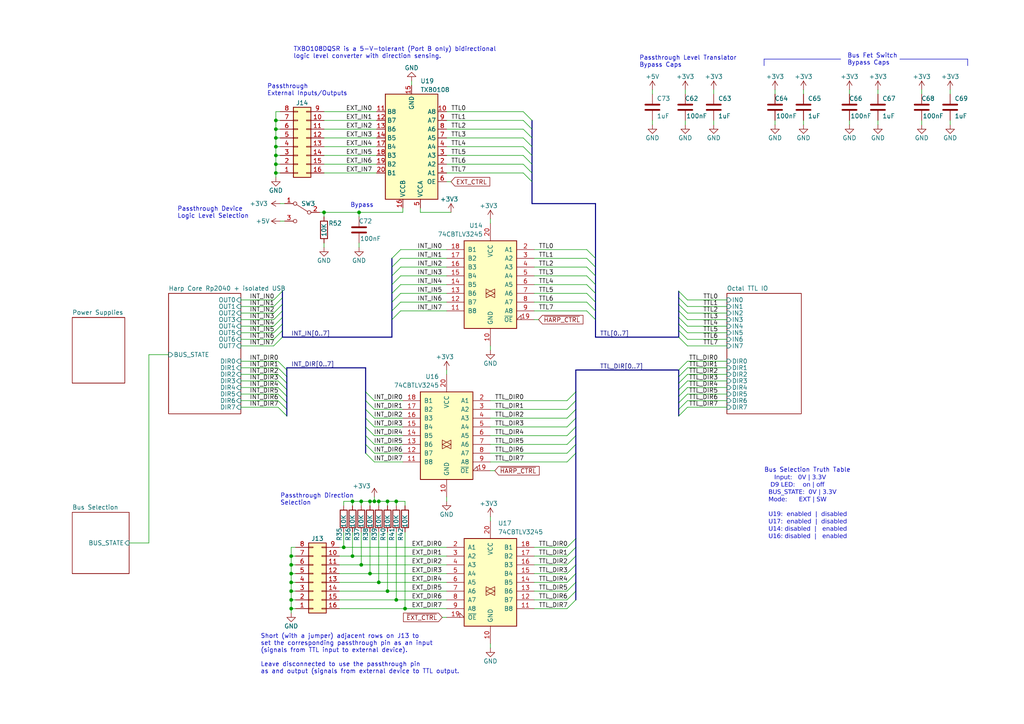
<source format=kicad_sch>
(kicad_sch (version 20230121) (generator eeschema)
  (paper "A4")
  (junction (at 80.01 34.925))
  (junction (at 107.315 166.37))
  (junction (at 114.935 173.99))
  (junction (at 84.455 168.91))
  (junction (at 108.585 145.415))
  (junction (at 84.455 163.83))
  (junction (at 84.455 173.99))
  (junction (at 102.235 161.29))
  (junction (at 84.455 176.53))
  (junction (at 104.14 61.595))
  (junction (at 80.01 45.085))
  (junction (at 93.98 61.595))
  (junction (at 104.775 145.415))
  (junction (at 80.01 37.465))
  (junction (at 99.695 158.75))
  (junction (at 80.01 50.165))
  (junction (at 109.855 168.91))
  (junction (at 80.01 40.005))
  (junction (at 117.475 176.53))
  (junction (at 104.775 163.83))
  (junction (at 112.395 145.415))
  (junction (at 80.01 47.625))
  (junction (at 84.455 166.37))
  (junction (at 107.315 145.415))
  (junction (at 114.935 145.415))
  (junction (at 84.455 161.29))
  (junction (at 109.855 145.415))
  (junction (at 84.455 171.45))
  (junction (at 80.01 42.545))
  (junction (at 112.395 171.45))
  (junction (at 102.235 145.415))
  (bus_entry (at 79.375 96.52) (size 2.54 -2.54))
  (bus_entry (at 151.765 42.545) (size 2.54 2.54))
  (bus_entry (at 199.39 106.68) (size -2.54 2.54))
  (bus_entry (at 170.18 85.09) (size 2.54 2.54))
  (bus_entry (at 164.465 176.53) (size 2.54 -2.54))
  (bus_entry (at 151.765 45.085) (size 2.54 2.54))
  (bus_entry (at 164.465 133.985) (size 2.54 -2.54))
  (bus_entry (at 80.645 114.3) (size 2.54 2.54))
  (bus_entry (at 199.39 108.585) (size -2.54 2.54))
  (bus_entry (at 170.18 74.93) (size 2.54 2.54))
  (bus_entry (at 79.375 92.71) (size 2.54 -2.54))
  (bus_entry (at 151.765 34.925) (size 2.54 2.54))
  (bus_entry (at 80.645 110.49) (size 2.54 2.54))
  (bus_entry (at 164.465 123.825) (size 2.54 -2.54))
  (bus_entry (at 108.585 131.445) (size -2.54 -2.54))
  (bus_entry (at 199.39 118.11) (size -2.54 2.54))
  (bus_entry (at 108.585 121.285) (size -2.54 -2.54))
  (bus_entry (at 108.585 118.745) (size -2.54 -2.54))
  (bus_entry (at 199.39 114.3) (size -2.54 2.54))
  (bus_entry (at 199.39 100.33) (size -2.54 -2.54))
  (bus_entry (at 170.18 72.39) (size 2.54 2.54))
  (bus_entry (at 79.375 100.33) (size 2.54 -2.54))
  (bus_entry (at 164.465 128.905) (size 2.54 -2.54))
  (bus_entry (at 116.205 77.47) (size -2.54 2.54))
  (bus_entry (at 199.39 86.995) (size -2.54 -2.54))
  (bus_entry (at 199.39 92.71) (size -2.54 -2.54))
  (bus_entry (at 199.39 98.425) (size -2.54 -2.54))
  (bus_entry (at 164.465 161.29) (size 2.54 -2.54))
  (bus_entry (at 108.585 133.985) (size -2.54 -2.54))
  (bus_entry (at 80.645 118.11) (size 2.54 2.54))
  (bus_entry (at 79.375 88.9) (size 2.54 -2.54))
  (bus_entry (at 116.205 80.01) (size -2.54 2.54))
  (bus_entry (at 199.39 116.205) (size -2.54 2.54))
  (bus_entry (at 164.465 131.445) (size 2.54 -2.54))
  (bus_entry (at 199.39 112.395) (size -2.54 2.54))
  (bus_entry (at 199.39 88.9) (size -2.54 -2.54))
  (bus_entry (at 199.39 104.775) (size -2.54 2.54))
  (bus_entry (at 116.205 87.63) (size -2.54 2.54))
  (bus_entry (at 170.18 80.01) (size 2.54 2.54))
  (bus_entry (at 170.18 77.47) (size 2.54 2.54))
  (bus_entry (at 80.645 104.775) (size 2.54 2.54))
  (bus_entry (at 151.765 47.625) (size 2.54 2.54))
  (bus_entry (at 199.39 94.615) (size -2.54 -2.54))
  (bus_entry (at 108.585 128.905) (size -2.54 -2.54))
  (bus_entry (at 199.39 90.805) (size -2.54 -2.54))
  (bus_entry (at 199.39 96.52) (size -2.54 -2.54))
  (bus_entry (at 164.465 116.205) (size 2.54 -2.54))
  (bus_entry (at 108.585 123.825) (size -2.54 -2.54))
  (bus_entry (at 80.645 116.205) (size 2.54 2.54))
  (bus_entry (at 116.205 90.17) (size -2.54 2.54))
  (bus_entry (at 79.375 98.425) (size 2.54 -2.54))
  (bus_entry (at 164.465 121.285) (size 2.54 -2.54))
  (bus_entry (at 79.375 90.805) (size 2.54 -2.54))
  (bus_entry (at 79.375 94.615) (size 2.54 -2.54))
  (bus_entry (at 151.765 37.465) (size 2.54 2.54))
  (bus_entry (at 79.375 86.995) (size 2.54 -2.54))
  (bus_entry (at 116.205 85.09) (size -2.54 2.54))
  (bus_entry (at 80.645 106.68) (size 2.54 2.54))
  (bus_entry (at 164.465 168.91) (size 2.54 -2.54))
  (bus_entry (at 170.18 87.63) (size 2.54 2.54))
  (bus_entry (at 108.585 116.205) (size -2.54 -2.54))
  (bus_entry (at 151.765 32.385) (size 2.54 2.54))
  (bus_entry (at 164.465 126.365) (size 2.54 -2.54))
  (bus_entry (at 116.205 72.39) (size -2.54 2.54))
  (bus_entry (at 164.465 173.99) (size 2.54 -2.54))
  (bus_entry (at 164.465 163.83) (size 2.54 -2.54))
  (bus_entry (at 164.465 118.745) (size 2.54 -2.54))
  (bus_entry (at 199.39 110.49) (size -2.54 2.54))
  (bus_entry (at 116.205 82.55) (size -2.54 2.54))
  (bus_entry (at 170.18 82.55) (size 2.54 2.54))
  (bus_entry (at 108.585 126.365) (size -2.54 -2.54))
  (bus_entry (at 80.645 112.395) (size 2.54 2.54))
  (bus_entry (at 80.645 108.585) (size 2.54 2.54))
  (bus_entry (at 151.765 50.165) (size 2.54 2.54))
  (bus_entry (at 164.465 158.75) (size 2.54 -2.54))
  (bus_entry (at 164.465 166.37) (size 2.54 -2.54))
  (bus_entry (at 116.205 74.93) (size -2.54 2.54))
  (bus_entry (at 164.465 171.45) (size 2.54 -2.54))
  (bus_entry (at 151.765 40.005) (size 2.54 2.54))
  (bus_entry (at 170.18 90.17) (size 2.54 2.54))
  (wire (pts (xy 199.39 92.71) (xy 210.82 92.71)))
  (wire (pts (xy 154.94 161.29) (xy 164.465 161.29)))
  (bus (pts (xy 196.85 95.885) (xy 196.85 97.79)))
  (wire (pts (xy 69.85 98.425) (xy 79.375 98.425)))
  (wire (pts (xy 80.01 45.085) (xy 80.01 47.625)))
  (wire (pts (xy 154.94 74.93) (xy 170.18 74.93)))
  (wire (pts (xy 112.395 145.415) (xy 114.935 145.415)))
  (wire (pts (xy 154.94 82.55) (xy 170.18 82.55)))
  (wire (pts (xy 142.24 123.825) (xy 164.465 123.825)))
  (bus (pts (xy 167.005 161.29) (xy 167.005 163.83)))
  (wire (pts (xy 108.585 121.285) (xy 116.84 121.285)))
  (wire (pts (xy 102.235 145.415) (xy 99.695 145.415)))
  (bus (pts (xy 106.045 113.665) (xy 106.045 116.205)))
  (wire (pts (xy 199.39 106.68) (xy 210.82 106.68)))
  (wire (pts (xy 116.205 90.17) (xy 129.54 90.17)))
  (wire (pts (xy 80.01 34.925) (xy 80.01 37.465)))
  (wire (pts (xy 189.23 26.035) (xy 189.23 27.305)))
  (wire (pts (xy 254.635 34.925) (xy 254.635 36.195)))
  (bus (pts (xy 83.185 111.125) (xy 83.185 109.22)))
  (wire (pts (xy 114.935 145.415) (xy 114.935 146.685)))
  (wire (pts (xy 84.455 168.91) (xy 84.455 171.45)))
  (wire (pts (xy 154.94 163.83) (xy 164.465 163.83)))
  (wire (pts (xy 199.39 100.33) (xy 210.82 100.33)))
  (wire (pts (xy 93.98 47.625) (xy 109.22 47.625)))
  (wire (pts (xy 93.98 70.485) (xy 93.98 71.755)))
  (wire (pts (xy 81.28 47.625) (xy 80.01 47.625)))
  (polyline (pts (xy 243.84 17.145) (xy 221.615 17.145)))
  (bus (pts (xy 167.005 156.21) (xy 167.005 158.75)))
  (bus (pts (xy 106.045 121.285) (xy 106.045 123.825)))
  (wire (pts (xy 93.98 34.925) (xy 109.22 34.925)))
  (wire (pts (xy 93.98 62.865) (xy 93.98 61.595)))
  (polyline (pts (xy 221.615 17.145) (xy 221.615 19.05)))
  (wire (pts (xy 207.01 26.035) (xy 207.01 27.305)))
  (bus (pts (xy 167.005 168.91) (xy 167.005 171.45)))
  (wire (pts (xy 246.38 34.925) (xy 246.38 36.195)))
  (bus (pts (xy 196.85 88.265) (xy 196.85 90.17)))
  (wire (pts (xy 112.395 145.415) (xy 112.395 146.685)))
  (wire (pts (xy 109.855 154.305) (xy 109.855 168.91)))
  (wire (pts (xy 80.01 50.165) (xy 80.01 51.435)))
  (wire (pts (xy 116.205 72.39) (xy 129.54 72.39)))
  (bus (pts (xy 172.72 82.55) (xy 172.72 80.01)))
  (bus (pts (xy 167.005 107.315) (xy 196.85 107.315)))
  (wire (pts (xy 129.54 42.545) (xy 151.765 42.545)))
  (bus (pts (xy 81.915 90.17) (xy 81.915 92.075)))
  (wire (pts (xy 116.205 82.55) (xy 129.54 82.55)))
  (bus (pts (xy 172.72 87.63) (xy 172.72 85.09)))
  (polyline (pts (xy 260.985 17.145) (xy 280.67 17.145)))
  (wire (pts (xy 267.335 34.925) (xy 267.335 36.195)))
  (wire (pts (xy 154.94 87.63) (xy 170.18 87.63)))
  (bus (pts (xy 172.72 77.47) (xy 172.72 74.93)))
  (wire (pts (xy 129.54 32.385) (xy 151.765 32.385)))
  (wire (pts (xy 81.28 45.085) (xy 80.01 45.085)))
  (wire (pts (xy 117.475 145.415) (xy 117.475 146.685)))
  (wire (pts (xy 199.39 98.425) (xy 210.82 98.425)))
  (wire (pts (xy 199.39 118.11) (xy 210.82 118.11)))
  (bus (pts (xy 154.305 45.085) (xy 154.305 47.625)))
  (wire (pts (xy 129.54 107.315) (xy 129.54 108.585)))
  (wire (pts (xy 79.375 86.995) (xy 69.85 86.995)))
  (wire (pts (xy 108.585 145.415) (xy 109.855 145.415)))
  (wire (pts (xy 199.39 104.775) (xy 210.82 104.775)))
  (bus (pts (xy 196.85 111.125) (xy 196.85 109.22)))
  (wire (pts (xy 129.54 144.145) (xy 129.54 145.415)))
  (wire (pts (xy 142.24 126.365) (xy 164.465 126.365)))
  (wire (pts (xy 104.775 163.83) (xy 129.54 163.83)))
  (wire (pts (xy 84.455 161.29) (xy 84.455 163.83)))
  (wire (pts (xy 84.455 166.37) (xy 84.455 168.91)))
  (wire (pts (xy 85.725 168.91) (xy 84.455 168.91)))
  (bus (pts (xy 196.85 113.03) (xy 196.85 111.125)))
  (wire (pts (xy 224.79 34.925) (xy 224.79 36.195)))
  (wire (pts (xy 107.315 154.305) (xy 107.315 166.37)))
  (wire (pts (xy 81.28 59.055) (xy 82.55 59.055)))
  (wire (pts (xy 98.425 158.75) (xy 99.695 158.75)))
  (bus (pts (xy 113.665 87.63) (xy 113.665 90.17)))
  (wire (pts (xy 233.045 34.925) (xy 233.045 36.195)))
  (bus (pts (xy 167.005 126.365) (xy 167.005 128.905)))
  (wire (pts (xy 107.315 166.37) (xy 129.54 166.37)))
  (wire (pts (xy 199.39 88.9) (xy 210.82 88.9)))
  (bus (pts (xy 83.185 120.65) (xy 83.185 118.745)))
  (wire (pts (xy 116.205 74.93) (xy 129.54 74.93)))
  (wire (pts (xy 116.205 87.63) (xy 129.54 87.63)))
  (wire (pts (xy 107.315 145.415) (xy 107.315 146.685)))
  (wire (pts (xy 207.01 34.925) (xy 207.01 36.195)))
  (bus (pts (xy 172.72 74.93) (xy 172.72 59.055)))
  (wire (pts (xy 112.395 154.305) (xy 112.395 171.45)))
  (wire (pts (xy 154.94 90.17) (xy 170.18 90.17)))
  (bus (pts (xy 83.185 114.935) (xy 83.185 113.03)))
  (bus (pts (xy 196.85 114.935) (xy 196.85 113.03)))
  (wire (pts (xy 199.39 116.205) (xy 210.82 116.205)))
  (wire (pts (xy 129.54 47.625) (xy 151.765 47.625)))
  (bus (pts (xy 167.005 113.665) (xy 167.005 116.205)))
  (wire (pts (xy 84.455 176.53) (xy 84.455 177.8)))
  (bus (pts (xy 83.185 113.03) (xy 83.185 111.125)))
  (wire (pts (xy 154.94 72.39) (xy 170.18 72.39)))
  (wire (pts (xy 69.85 104.775) (xy 80.645 104.775)))
  (wire (pts (xy 85.725 158.75) (xy 84.455 158.75)))
  (bus (pts (xy 83.185 107.315) (xy 83.185 106.68)))
  (wire (pts (xy 104.14 70.485) (xy 104.14 71.755)))
  (wire (pts (xy 116.84 61.595) (xy 116.84 60.325)))
  (wire (pts (xy 69.85 116.205) (xy 80.645 116.205)))
  (wire (pts (xy 246.38 26.035) (xy 246.38 27.305)))
  (wire (pts (xy 154.94 80.01) (xy 170.18 80.01)))
  (wire (pts (xy 108.585 144.145) (xy 108.585 145.415)))
  (wire (pts (xy 85.725 173.99) (xy 84.455 173.99)))
  (wire (pts (xy 129.54 50.165) (xy 151.765 50.165)))
  (wire (pts (xy 81.28 64.135) (xy 82.55 64.135)))
  (wire (pts (xy 99.695 154.305) (xy 99.695 158.75)))
  (bus (pts (xy 196.85 86.36) (xy 196.85 88.265)))
  (wire (pts (xy 93.98 50.165) (xy 109.22 50.165)))
  (wire (pts (xy 129.54 37.465) (xy 151.765 37.465)))
  (bus (pts (xy 172.72 97.79) (xy 196.85 97.79)))
  (wire (pts (xy 99.695 158.75) (xy 129.54 158.75)))
  (wire (pts (xy 142.24 121.285) (xy 164.465 121.285)))
  (wire (pts (xy 99.695 145.415) (xy 99.695 146.685)))
  (bus (pts (xy 172.72 97.79) (xy 172.72 92.71)))
  (bus (pts (xy 83.185 106.68) (xy 106.045 106.68)))
  (wire (pts (xy 69.85 118.11) (xy 80.645 118.11)))
  (bus (pts (xy 167.005 171.45) (xy 167.005 173.99)))
  (wire (pts (xy 142.24 116.205) (xy 164.465 116.205)))
  (wire (pts (xy 142.24 149.86) (xy 142.24 151.13)))
  (bus (pts (xy 167.005 131.445) (xy 167.005 156.21)))
  (bus (pts (xy 167.005 158.75) (xy 167.005 161.29)))
  (bus (pts (xy 106.045 123.825) (xy 106.045 126.365)))
  (wire (pts (xy 199.39 96.52) (xy 210.82 96.52)))
  (bus (pts (xy 167.005 163.83) (xy 167.005 166.37)))
  (wire (pts (xy 108.585 131.445) (xy 116.84 131.445)))
  (wire (pts (xy 104.775 154.305) (xy 104.775 163.83)))
  (bus (pts (xy 154.305 42.545) (xy 154.305 45.085)))
  (bus (pts (xy 196.85 116.84) (xy 196.85 114.935)))
  (wire (pts (xy 129.54 45.085) (xy 151.765 45.085)))
  (wire (pts (xy 102.235 154.305) (xy 102.235 161.29)))
  (wire (pts (xy 98.425 171.45) (xy 112.395 171.45)))
  (wire (pts (xy 199.39 90.805) (xy 210.82 90.805)))
  (bus (pts (xy 172.72 85.09) (xy 172.72 82.55)))
  (wire (pts (xy 121.92 61.595) (xy 121.92 60.325)))
  (wire (pts (xy 84.455 158.75) (xy 84.455 161.29)))
  (wire (pts (xy 98.425 163.83) (xy 104.775 163.83)))
  (wire (pts (xy 199.39 94.615) (xy 210.82 94.615)))
  (bus (pts (xy 106.045 126.365) (xy 106.045 128.905)))
  (wire (pts (xy 80.01 47.625) (xy 80.01 50.165)))
  (wire (pts (xy 48.895 102.87) (xy 43.18 102.87)))
  (wire (pts (xy 233.045 26.035) (xy 233.045 27.305)))
  (bus (pts (xy 113.665 92.71) (xy 113.665 97.79)))
  (wire (pts (xy 117.475 154.305) (xy 117.475 176.53)))
  (wire (pts (xy 142.24 136.525) (xy 143.51 136.525)))
  (wire (pts (xy 104.14 61.595) (xy 116.84 61.595)))
  (wire (pts (xy 69.85 114.3) (xy 80.645 114.3)))
  (wire (pts (xy 154.94 166.37) (xy 164.465 166.37)))
  (wire (pts (xy 102.235 161.29) (xy 129.54 161.29)))
  (wire (pts (xy 109.855 168.91) (xy 129.54 168.91)))
  (wire (pts (xy 129.54 52.705) (xy 130.81 52.705)))
  (wire (pts (xy 267.335 26.035) (xy 267.335 27.305)))
  (bus (pts (xy 106.045 106.68) (xy 106.045 113.665)))
  (bus (pts (xy 106.045 128.905) (xy 106.045 131.445)))
  (wire (pts (xy 69.85 110.49) (xy 80.645 110.49)))
  (wire (pts (xy 109.855 145.415) (xy 112.395 145.415)))
  (wire (pts (xy 198.755 34.925) (xy 198.755 36.195)))
  (wire (pts (xy 69.85 92.71) (xy 79.375 92.71)))
  (wire (pts (xy 189.23 34.925) (xy 189.23 36.195)))
  (wire (pts (xy 224.79 26.035) (xy 224.79 27.305)))
  (bus (pts (xy 167.005 121.285) (xy 167.005 123.825)))
  (bus (pts (xy 172.72 90.17) (xy 172.72 87.63)))
  (wire (pts (xy 154.94 171.45) (xy 164.465 171.45)))
  (wire (pts (xy 154.94 158.75) (xy 164.465 158.75)))
  (wire (pts (xy 128.27 179.07) (xy 129.54 179.07)))
  (bus (pts (xy 81.915 86.36) (xy 81.915 88.265)))
  (bus (pts (xy 113.665 80.01) (xy 113.665 82.55)))
  (wire (pts (xy 84.455 173.99) (xy 84.455 176.53)))
  (wire (pts (xy 109.855 145.415) (xy 109.855 146.685)))
  (wire (pts (xy 108.585 123.825) (xy 116.84 123.825)))
  (bus (pts (xy 167.005 116.205) (xy 167.005 118.745)))
  (wire (pts (xy 85.725 163.83) (xy 84.455 163.83)))
  (bus (pts (xy 167.005 123.825) (xy 167.005 126.365)))
  (wire (pts (xy 80.01 42.545) (xy 80.01 45.085)))
  (bus (pts (xy 83.185 116.84) (xy 83.185 114.935)))
  (wire (pts (xy 81.28 40.005) (xy 80.01 40.005)))
  (wire (pts (xy 142.24 100.33) (xy 142.24 101.6)))
  (bus (pts (xy 83.185 109.22) (xy 83.185 107.315)))
  (bus (pts (xy 167.005 166.37) (xy 167.005 168.91)))
  (bus (pts (xy 196.85 92.075) (xy 196.85 93.98)))
  (wire (pts (xy 199.39 110.49) (xy 210.82 110.49)))
  (wire (pts (xy 104.775 145.415) (xy 107.315 145.415)))
  (wire (pts (xy 43.18 102.87) (xy 43.18 157.48)))
  (wire (pts (xy 119.38 24.765) (xy 119.38 23.495)))
  (polyline (pts (xy 280.67 17.145) (xy 280.67 19.05)))
  (wire (pts (xy 81.28 42.545) (xy 80.01 42.545)))
  (wire (pts (xy 114.935 145.415) (xy 117.475 145.415)))
  (wire (pts (xy 142.24 128.905) (xy 164.465 128.905)))
  (bus (pts (xy 83.185 118.745) (xy 83.185 116.84)))
  (wire (pts (xy 85.725 161.29) (xy 84.455 161.29)))
  (wire (pts (xy 98.425 161.29) (xy 102.235 161.29)))
  (wire (pts (xy 102.235 145.415) (xy 104.775 145.415)))
  (wire (pts (xy 81.28 34.925) (xy 80.01 34.925)))
  (wire (pts (xy 154.94 173.99) (xy 164.465 173.99)))
  (bus (pts (xy 154.305 40.005) (xy 154.305 42.545)))
  (wire (pts (xy 199.39 86.995) (xy 210.82 86.995)))
  (bus (pts (xy 106.045 116.205) (xy 106.045 118.745)))
  (wire (pts (xy 154.94 168.91) (xy 164.465 168.91)))
  (wire (pts (xy 108.585 116.205) (xy 116.84 116.205)))
  (bus (pts (xy 154.305 34.925) (xy 154.305 37.465)))
  (bus (pts (xy 196.85 109.22) (xy 196.85 107.315)))
  (wire (pts (xy 112.395 171.45) (xy 129.54 171.45)))
  (wire (pts (xy 154.94 77.47) (xy 170.18 77.47)))
  (wire (pts (xy 116.205 77.47) (xy 129.54 77.47)))
  (wire (pts (xy 69.85 96.52) (xy 79.375 96.52)))
  (wire (pts (xy 129.54 34.925) (xy 151.765 34.925)))
  (bus (pts (xy 81.915 92.075) (xy 81.915 93.98)))
  (wire (pts (xy 93.98 40.005) (xy 109.22 40.005)))
  (bus (pts (xy 196.85 84.455) (xy 196.85 86.36)))
  (wire (pts (xy 275.59 26.035) (xy 275.59 27.305)))
  (wire (pts (xy 156.21 92.71) (xy 154.94 92.71)))
  (wire (pts (xy 199.39 114.3) (xy 210.82 114.3)))
  (wire (pts (xy 80.01 32.385) (xy 80.01 34.925)))
  (wire (pts (xy 98.425 176.53) (xy 117.475 176.53)))
  (wire (pts (xy 84.455 171.45) (xy 84.455 173.99)))
  (wire (pts (xy 98.425 168.91) (xy 109.855 168.91)))
  (bus (pts (xy 172.72 59.055) (xy 154.305 59.055)))
  (wire (pts (xy 116.205 85.09) (xy 129.54 85.09)))
  (bus (pts (xy 113.665 77.47) (xy 113.665 80.01)))
  (wire (pts (xy 93.98 32.385) (xy 109.22 32.385)))
  (wire (pts (xy 142.24 118.745) (xy 164.465 118.745)))
  (wire (pts (xy 92.71 61.595) (xy 93.98 61.595)))
  (wire (pts (xy 69.85 100.33) (xy 79.375 100.33)))
  (bus (pts (xy 81.915 88.265) (xy 81.915 90.17)))
  (bus (pts (xy 167.005 128.905) (xy 167.005 131.445)))
  (wire (pts (xy 98.425 173.99) (xy 114.935 173.99)))
  (wire (pts (xy 114.935 154.305) (xy 114.935 173.99)))
  (wire (pts (xy 85.725 176.53) (xy 84.455 176.53)))
  (wire (pts (xy 154.94 85.09) (xy 170.18 85.09)))
  (wire (pts (xy 80.01 40.005) (xy 80.01 42.545)))
  (bus (pts (xy 172.72 92.71) (xy 172.72 90.17)))
  (wire (pts (xy 154.94 176.53) (xy 164.465 176.53)))
  (wire (pts (xy 85.725 166.37) (xy 84.455 166.37)))
  (wire (pts (xy 93.98 45.085) (xy 109.22 45.085)))
  (wire (pts (xy 98.425 166.37) (xy 107.315 166.37)))
  (wire (pts (xy 130.81 61.595) (xy 121.92 61.595)))
  (wire (pts (xy 108.585 128.905) (xy 116.84 128.905)))
  (bus (pts (xy 196.85 93.98) (xy 196.85 95.885)))
  (wire (pts (xy 81.28 32.385) (xy 80.01 32.385)))
  (wire (pts (xy 93.98 37.465) (xy 109.22 37.465)))
  (bus (pts (xy 81.915 95.885) (xy 81.915 97.79)))
  (bus (pts (xy 154.305 52.705) (xy 154.305 59.055)))
  (bus (pts (xy 113.665 90.17) (xy 113.665 92.71)))
  (wire (pts (xy 69.85 108.585) (xy 80.645 108.585)))
  (wire (pts (xy 107.315 145.415) (xy 108.585 145.415)))
  (wire (pts (xy 142.24 63.5) (xy 142.24 64.77)))
  (wire (pts (xy 198.755 26.035) (xy 198.755 27.305)))
  (wire (pts (xy 43.18 157.48) (xy 37.465 157.48)))
  (wire (pts (xy 104.14 61.595) (xy 104.14 62.865)))
  (bus (pts (xy 154.305 50.165) (xy 154.305 52.705)))
  (bus (pts (xy 81.915 84.455) (xy 81.915 86.36)))
  (wire (pts (xy 108.585 133.985) (xy 116.84 133.985)))
  (wire (pts (xy 142.24 186.69) (xy 142.24 187.96)))
  (wire (pts (xy 199.39 112.395) (xy 210.82 112.395)))
  (wire (pts (xy 104.775 145.415) (xy 104.775 146.685)))
  (bus (pts (xy 154.305 47.625) (xy 154.305 50.165)))
  (wire (pts (xy 80.01 37.465) (xy 80.01 40.005)))
  (wire (pts (xy 254.635 26.035) (xy 254.635 27.305)))
  (bus (pts (xy 113.665 74.93) (xy 113.665 77.47)))
  (bus (pts (xy 81.915 97.79) (xy 113.665 97.79)))
  (wire (pts (xy 93.98 42.545) (xy 109.22 42.545)))
  (wire (pts (xy 85.725 171.45) (xy 84.455 171.45)))
  (bus (pts (xy 167.005 107.315) (xy 167.005 113.665)))
  (wire (pts (xy 69.85 90.805) (xy 79.375 90.805)))
  (bus (pts (xy 106.045 118.745) (xy 106.045 121.285)))
  (bus (pts (xy 196.85 90.17) (xy 196.85 92.075)))
  (bus (pts (xy 113.665 82.55) (xy 113.665 85.09)))
  (wire (pts (xy 93.98 61.595) (xy 104.14 61.595)))
  (wire (pts (xy 142.24 133.985) (xy 164.465 133.985)))
  (wire (pts (xy 117.475 176.53) (xy 129.54 176.53)))
  (bus (pts (xy 81.915 93.98) (xy 81.915 95.885)))
  (wire (pts (xy 116.205 80.01) (xy 129.54 80.01)))
  (wire (pts (xy 102.235 145.415) (xy 102.235 146.685)))
  (bus (pts (xy 196.85 118.745) (xy 196.85 116.84)))
  (wire (pts (xy 81.28 37.465) (xy 80.01 37.465)))
  (bus (pts (xy 113.665 85.09) (xy 113.665 87.63)))
  (bus (pts (xy 196.85 120.65) (xy 196.85 118.745)))
  (wire (pts (xy 129.54 40.005) (xy 151.765 40.005)))
  (wire (pts (xy 69.85 106.68) (xy 80.645 106.68)))
  (wire (pts (xy 199.39 108.585) (xy 210.82 108.585)))
  (wire (pts (xy 69.85 94.615) (xy 79.375 94.615)))
  (wire (pts (xy 84.455 163.83) (xy 84.455 166.37)))
  (wire (pts (xy 108.585 118.745) (xy 116.84 118.745)))
  (bus (pts (xy 167.005 118.745) (xy 167.005 121.285)))
  (bus (pts (xy 172.72 80.01) (xy 172.72 77.47)))
  (wire (pts (xy 69.85 88.9) (xy 79.375 88.9)))
  (wire (pts (xy 108.585 126.365) (xy 116.84 126.365)))
  (wire (pts (xy 69.85 112.395) (xy 80.645 112.395)))
  (wire (pts (xy 81.28 50.165) (xy 80.01 50.165)))
  (bus (pts (xy 154.305 37.465) (xy 154.305 40.005)))
  (wire (pts (xy 114.935 173.99) (xy 129.54 173.99)))
  (wire (pts (xy 275.59 34.925) (xy 275.59 36.195)))
  (wire (pts (xy 142.24 131.445) (xy 164.465 131.445)))
  (text "Passthrough\nExternal Inputs/Outputs" (at 77.47 27.94 0) (effects (font (size 1.27 1.27)) (justify left bottom)))
  (text "   Input:   0V | 3.3V\n D9 LED:    on | off\nBUS_STATE:  0V | 3.3V\nMode:      EXT | SW \n\nU19:  enabled  |  disabled\nU17:  enabled  |  disabled\nU14: disabled  |   enabled\nU16: disabled  |   enabled" (at 222.885 156.845 0) (effects (font (size 1.27 1.27)) (justify left bottom)))
  (text "Passthrough Direction\nSelection" (at 81.28 146.685 0) (effects (font (size 1.27 1.27)) (justify left bottom)))
  (text "Bus Fet Switch\nBypass Caps" (at 245.745 19.05 0) (effects (font (size 1.27 1.27)) (justify left bottom)))
  (text "TXBO108DQSR is a 5-V-tolerant (Port B only) bidirectional\nlogic level converter with direction sensing." (at 85.09 17.145 0) (effects (font (size 1.27 1.27)) (justify left bottom)))
  (text "Short (with a jumper) adjacent rows on J13 to\nset the corresponding passthrough pin as an input\n(signals from TTL input to external device).\n\nLeave disconnected to use the passthrough pin\nas and output (signals from external device to TTL output." (at 75.565 195.58 0) (effects (font (size 1.27 1.27)) (justify left bottom)))
  (text "Passthrough Device \nLogic Level Selection" (at 51.435 63.5 0) (effects (font (size 1.27 1.27)) (justify left bottom)))
  (text "Bypass" (at 101.6 60.325 0) (effects (font (size 1.27 1.27)) (justify left bottom)))
  (text "Passthrough Level Translator\nBypass Caps" (at 185.42 19.685 0) (effects (font (size 1.27 1.27)) (justify left bottom)))
  (text "Bus Selection Truth Table" (at 221.615 137.16 0) (effects (font (size 1.27 1.27)) (justify left bottom)))
  (label "INT_IN6" (at 72.39 98.425 0))
  (label "TTL_DIR2" (at 156.21 163.83 0))
  (label "EXT_IN3" (at 100.33 40.005 0))
  (label "TTL[0..7]" (at 173.99 97.79 0))
  (label "EXT_DIR5" (at 119.38 171.45 0))
  (label "EXT_IN0" (at 100.33 32.385 0))
  (label "TTL_DIR0" (at 208.28 104.775 180))
  (label "INT_IN3" (at 72.39 92.71 0))
  (label "TTL_DIR0" (at 156.21 158.75 0))
  (label "INT_IN5" (at 128.27 85.09 180))
  (label "TTL_DIR6" (at 208.28 116.205 180))
  (label "INT_DIR5" (at 116.84 128.905 180))
  (label "TTL_DIR3" (at 208.28 110.49 180))
  (label "INT_IN3" (at 128.27 80.01 180))
  (label "EXT_DIR6" (at 119.38 173.99 0))
  (label "TTL4" (at 208.28 94.615 180))
  (label "TTL6" (at 208.28 98.425 180))
  (label "TTL_DIR5" (at 208.28 114.3 180))
  (label "INT_DIR7" (at 72.39 118.11 0))
  (label "INT_IN7" (at 72.39 100.33 0))
  (label "EXT_DIR3" (at 119.38 166.37 0))
  (label "EXT_IN6" (at 100.33 47.625 0))
  (label "TTL_DIR1" (at 143.51 118.745 0))
  (label "EXT_IN1" (at 100.33 34.925 0))
  (label "EXT_DIR7" (at 119.38 176.53 0))
  (label "TTL3" (at 156.21 80.01 0))
  (label "EXT_DIR2" (at 119.38 163.83 0))
  (label "TTL_DIR2" (at 208.28 108.585 180))
  (label "TTL3" (at 130.81 40.005 0))
  (label "TTL2" (at 130.81 37.465 0))
  (label "INT_DIR[0..7]" (at 84.455 106.68 0))
  (label "INT_DIR1" (at 72.39 106.68 0))
  (label "TTL1" (at 208.28 88.9 180))
  (label "INT_DIR2" (at 116.84 121.285 180))
  (label "INT_IN1" (at 72.39 88.9 0))
  (label "INT_IN[0..7]" (at 84.455 97.79 0))
  (label "EXT_DIR4" (at 119.38 168.91 0))
  (label "TTL7" (at 130.81 50.165 0))
  (label "TTL5" (at 208.28 96.52 180))
  (label "INT_DIR4" (at 116.84 126.365 180))
  (label "TTL7" (at 208.28 100.33 180))
  (label "TTL4" (at 156.21 82.55 0))
  (label "INT_IN7" (at 128.27 90.17 180))
  (label "TTL3" (at 208.28 92.71 180))
  (label "INT_IN0" (at 72.39 86.995 0))
  (label "TTL_DIR5" (at 143.51 128.905 0))
  (label "EXT_DIR0" (at 119.38 158.75 0))
  (label "INT_IN0" (at 128.27 72.39 180))
  (label "TTL5" (at 130.81 45.085 0))
  (label "TTL5" (at 156.21 85.09 0))
  (label "TTL_DIR7" (at 143.51 133.985 0))
  (label "TTL6" (at 130.81 47.625 0))
  (label "TTL_DIR4" (at 143.51 126.365 0))
  (label "TTL_DIR6" (at 156.21 173.99 0))
  (label "EXT_IN4" (at 100.33 42.545 0))
  (label "INT_DIR0" (at 116.84 116.205 180))
  (label "INT_IN2" (at 72.39 90.805 0))
  (label "INT_DIR3" (at 72.39 110.49 0))
  (label "EXT_IN2" (at 100.33 37.465 0))
  (label "TTL2" (at 156.21 77.47 0))
  (label "EXT_IN5" (at 100.33 45.085 0))
  (label "INT_IN4" (at 128.27 82.55 180))
  (label "TTL_DIR4" (at 208.28 112.395 180))
  (label "INT_DIR0" (at 72.39 104.775 0))
  (label "TTL_DIR1" (at 156.21 161.29 0))
  (label "TTL6" (at 156.21 87.63 0))
  (label "TTL_DIR3" (at 143.51 123.825 0))
  (label "EXT_IN7" (at 100.33 50.165 0))
  (label "INT_IN2" (at 128.27 77.47 180))
  (label "INT_DIR1" (at 116.84 118.745 180))
  (label "INT_DIR6" (at 116.84 131.445 180))
  (label "INT_IN6" (at 128.27 87.63 180))
  (label "TTL2" (at 208.28 90.805 180))
  (label "TTL_DIR2" (at 143.51 121.285 0))
  (label "TTL_DIR0" (at 143.51 116.205 0))
  (label "TTL0" (at 130.81 32.385 0))
  (label "TTL_DIR7" (at 208.28 118.11 180))
  (label "TTL_DIR3" (at 156.21 166.37 0))
  (label "INT_DIR4" (at 72.39 112.395 0))
  (label "INT_IN4" (at 72.39 94.615 0))
  (label "TTL0" (at 208.28 86.995 180))
  (label "INT_DIR3" (at 116.84 123.825 180))
  (label "TTL0" (at 156.21 72.39 0))
  (label "TTL1" (at 130.81 34.925 0))
  (label "EXT_DIR1" (at 119.38 161.29 0))
  (label "INT_IN5" (at 72.39 96.52 0))
  (label "TTL_DIR[0..7]" (at 173.99 107.315 0))
  (label "INT_DIR2" (at 72.39 108.585 0))
  (label "TTL4" (at 130.81 42.545 0))
  (label "TTL_DIR4" (at 156.21 168.91 0))
  (label "TTL_DIR1" (at 208.28 106.68 180))
  (label "TTL_DIR5" (at 156.21 171.45 0))
  (label "INT_DIR6" (at 72.39 116.205 0))
  (label "TTL_DIR7" (at 156.21 176.53 0))
  (label "TTL_DIR6" (at 143.51 131.445 0))
  (label "TTL7" (at 156.21 90.17 0))
  (label "INT_IN1" (at 128.27 74.93 180))
  (label "INT_DIR5" (at 72.39 114.3 0))
  (label "INT_DIR7" (at 116.84 133.985 180))
  (label "TTL1" (at 156.21 74.93 0))
  (global_label "~{EXT_CTRL}" (shape input) (at 128.27 179.07 180) (property "Intersheetrefs" "${INTERSHEET_REFS}" (effects hide)))
  (global_label "~{HARP_CTRL}" (shape input) (at 156.21 92.71 0) (property "Intersheetrefs" "${INTERSHEET_REFS}" (effects hide)))
  (global_label "EXT_CTRL" (shape input) (at 130.81 52.705 0) (property "Intersheetrefs" "${INTERSHEET_REFS}" (effects hide)))
  (global_label "~{HARP_CTRL}" (shape input) (at 143.51 136.525 0) (property "Intersheetrefs" "${INTERSHEET_REFS}" (effects hide)))
  (symbol (lib_id "Device:C") (at 224.79 31.115 180) (unit 1)
    (property "Reference" "C64" (at 228.6 28.575 0) (effects (justify left)))
    (property "Value" "100nF" (at 231.14 33.655 0) (effects (justify left)))
    (property "Footprint" "Capacitor_SMD:C_0402_1005Metric" (effects hide))
    (property "Datasheet" "http://www.passivecomponent.com/wp-content/uploads/datasheet/WTC_MLCC_General_Purpose.pdf" (effects hide))
    (property "Link" "https://www.digikey.com/en/products/detail/walsin-technology-corporation/0402B104K160CT/6707534" (effects hide))
    (property "Manufacturer" "Walson Technology Corporation" (effects hide))
    (property "Manufacturer Number" "0402B104K160CT" (effects hide))
    (property "Rated Voltage" "16V" (effects hide))
    (property "Temperature Coefficient" "X7R" (effects hide))
    (property "Tolerance" "10%" (effects hide))
    (property "PCBWay Link" "https://www.pcbway.com/components/detail/0402B104K160CT/307171/" (effects hide))
  )
  (symbol (lib_id "power:+3.3V") (at 207.01 26.035 0) (unit 1)
    (property "Reference" "#PWR0170" (effects hide))
    (property "Value" "+3.3V" (at 207.01 22.225 0))
  )
  (symbol (lib_id "power:+5V") (at 81.28 64.135 90) (unit 1)
    (property "Reference" "#PWR0189" (effects hide))
    (property "Value" "+5V" (at 76.2 64.135 90))
  )
  (symbol (lib_id "Device:R") (at 109.855 150.495 0) (mirror x) (unit 1)
    (property "Reference" "R39" (at 108.585 153.035 90) (effects (justify left)))
    (property "Value" "10K" (at 109.855 149.225 90) (effects (justify left)))
    (property "Footprint" "Resistor_SMD:R_0402_1005Metric" (effects hide))
    (property "Datasheet" "https://www.koaspeer.com/pdfs/SG73P.pdf" (effects hide))
    (property "Link" "https://www.digikey.com/en/products/detail/koa-speer-electronics-inc/SG73P1EWTTP1002F/14316756" (effects hide))
    (property "Manufacturer" "KOA Speer Electronics, Inc." (effects hide))
    (property "Manufacturer Number" "SG73P1EWTTP1002F" (effects hide))
  )
  (symbol (lib_id "kicad_component_library:74CBTLV3245") (at 142.24 171.45 0) (unit 1)
    (property "Reference" "U17" (at 144.4341 151.765 0) (effects (justify left)))
    (property "Value" "74CBTLV3245" (at 144.4341 154.305 0) (effects (justify left)))
    (property "Footprint" "Package_SO:TSSOP-20_4.4x6.5mm_P0.65mm" (effects hide))
    (property "Datasheet" "https://assets.nexperia.com/documents/data-sheet/74CBTLV3245.pdf" (effects hide))
    (property "Link" "https://www.digikey.com/en/products/detail/nexperia-usa-inc/74CBTLV3245PW-118/2779746" (effects hide))
    (property "Manufacturer" "Nexperia USA Inc." (effects hide))
    (property "Manufacturer Number" "74CBTLV3245PW,118" (effects hide))
  )
  (symbol (lib_id "power:GND") (at 224.79 36.195 0) (unit 1)
    (property "Reference" "#PWR0173" (effects hide))
    (property "Value" "GND" (at 224.79 40.005 0))
  )
  (symbol (lib_id "power:GND") (at 142.24 187.96 0) (mirror y) (unit 1)
    (property "Reference" "#PWR099" (effects hide))
    (property "Value" "GND" (at 142.24 191.77 0))
  )
  (symbol (lib_id "Device:R") (at 107.315 150.495 0) (mirror x) (unit 1)
    (property "Reference" "R38" (at 106.045 153.035 90) (effects (justify left)))
    (property "Value" "10K" (at 107.315 149.225 90) (effects (justify left)))
    (property "Footprint" "Resistor_SMD:R_0402_1005Metric" (effects hide))
    (property "Datasheet" "https://www.koaspeer.com/pdfs/SG73P.pdf" (effects hide))
    (property "Link" "https://www.digikey.com/en/products/detail/koa-speer-electronics-inc/SG73P1EWTTP1002F/14316756" (effects hide))
    (property "Manufacturer" "KOA Speer Electronics, Inc." (effects hide))
    (property "Manufacturer Number" "SG73P1EWTTP1002F" (effects hide))
  )
  (symbol (lib_id "power:+5V") (at 189.23 26.035 0) (unit 1)
    (property "Reference" "#PWR0192" (effects hide))
    (property "Value" "+5V" (at 189.23 22.225 0))
  )
  (symbol (lib_id "Device:C") (at 233.045 31.115 0) (unit 1)
    (property "Reference" "C65" (at 234.315 28.575 0) (effects (justify left)))
    (property "Value" "1uF" (at 234.315 33.655 0) (effects (justify left)))
    (property "Footprint" "Capacitor_SMD:C_0402_1005Metric" (effects hide))
    (property "Datasheet" "https://search.murata.co.jp/Ceramy/image/img/A01X/G101/ENG/GRM155R6YA105KE11-01.pdf" (effects hide))
    (property "Notes" "must not be polarized" (effects hide))
    (property "Link" "https://www.digikey.com/en/products/detail/murata-electronics/GRM155R6YA105KE11J/4905163" (effects hide))
    (property "Manufacturer Number" "GRM155R6YA105KE11J" (effects hide))
    (property "Manufacturer" "Murata Electronics" (effects hide))
    (property "Rated Voltage" "35V" (effects hide))
    (property "Temperature Coefficient" "X5R" (effects hide))
  )
  (symbol (lib_id "power:+3.3V") (at 246.38 26.035 0) (unit 1)
    (property "Reference" "#PWR0176" (effects hide))
    (property "Value" "+3.3V" (at 246.38 22.225 0))
  )
  (symbol (lib_id "Device:C") (at 267.335 31.115 180) (unit 1)
    (property "Reference" "C68" (at 271.145 28.575 0) (effects (justify left)))
    (property "Value" "100nF" (at 273.685 33.655 0) (effects (justify left)))
    (property "Footprint" "Capacitor_SMD:C_0402_1005Metric" (effects hide))
    (property "Datasheet" "http://www.passivecomponent.com/wp-content/uploads/datasheet/WTC_MLCC_General_Purpose.pdf" (effects hide))
    (property "Link" "https://www.digikey.com/en/products/detail/walsin-technology-corporation/0402B104K160CT/6707534" (effects hide))
    (property "Manufacturer" "Walson Technology Corporation" (effects hide))
    (property "Manufacturer Number" "0402B104K160CT" (effects hide))
    (property "Rated Voltage" "16V" (effects hide))
    (property "Temperature Coefficient" "X7R" (effects hide))
    (property "Tolerance" "10%" (effects hide))
    (property "PCBWay Link" "https://www.pcbway.com/components/detail/0402B104K160CT/307171/" (effects hide))
  )
  (symbol (lib_id "power:+3.3V") (at 142.24 63.5 0) (mirror y) (unit 1)
    (property "Reference" "#PWR094" (effects hide))
    (property "Value" "+3.3V" (at 139.065 59.69 0) (effects (justify right)))
  )
  (symbol (lib_id "Device:R") (at 99.695 150.495 0) (mirror x) (unit 1)
    (property "Reference" "R35" (at 98.425 153.035 90) (effects (justify left)))
    (property "Value" "10K" (at 99.695 149.225 90) (effects (justify left)))
    (property "Footprint" "Resistor_SMD:R_0402_1005Metric" (effects hide))
    (property "Datasheet" "https://www.koaspeer.com/pdfs/SG73P.pdf" (effects hide))
    (property "Link" "https://www.digikey.com/en/products/detail/koa-speer-electronics-inc/SG73P1EWTTP1002F/14316756" (effects hide))
    (property "Manufacturer" "KOA Speer Electronics, Inc." (effects hide))
    (property "Manufacturer Number" "SG73P1EWTTP1002F" (effects hide))
  )
  (symbol (lib_id "power:GND") (at 119.38 23.495 0) (mirror x) (unit 1)
    (property "Reference" "#PWR089" (effects hide))
    (property "Value" "GND" (at 119.38 19.685 0))
  )
  (symbol (lib_id "Connector_Generic:Conn_02x08_Counter_Clockwise") (at 86.36 42.545 0) (mirror x) (unit 1)
    (property "Reference" "J14" (at 87.63 29.845 0))
    (property "Value" "Conn_02x08_Counter_Clockwise" (effects hide))
    (property "Footprint" "kicad_component_library:PinHeader_2x08_P2.54mm_Horizontal_SMD" (effects hide))
    (property "Datasheet" "https://www.we-online.com/components/products/datasheet/610116249121.pdf" (effects hide))
    (property "Link" "https://www.digikey.com/en/products/detail/w%C3%BCrth-elektronik/610116249121/5047737" (effects hide))
    (property "Manufacturer" "Würth Elektronik" (effects hide))
    (property "Manufacturer Number" "610116249121" (effects hide))
  )
  (symbol (lib_id "power:GND") (at 254.635 36.195 0) (unit 1)
    (property "Reference" "#PWR0179" (effects hide))
    (property "Value" "GND" (at 254.635 40.005 0))
  )
  (symbol (lib_id "Device:C") (at 198.755 31.115 180) (unit 1)
    (property "Reference" "C62" (at 202.565 28.575 0) (effects (justify left)))
    (property "Value" "100nF" (at 205.105 33.655 0) (effects (justify left)))
    (property "Footprint" "Capacitor_SMD:C_0402_1005Metric" (effects hide))
    (property "Datasheet" "http://www.passivecomponent.com/wp-content/uploads/datasheet/WTC_MLCC_General_Purpose.pdf" (effects hide))
    (property "Link" "https://www.digikey.com/en/products/detail/walsin-technology-corporation/0402B104K160CT/6707534" (effects hide))
    (property "Manufacturer" "Walson Technology Corporation" (effects hide))
    (property "Manufacturer Number" "0402B104K160CT" (effects hide))
    (property "Rated Voltage" "16V" (effects hide))
    (property "Temperature Coefficient" "X7R" (effects hide))
    (property "Tolerance" "10%" (effects hide))
    (property "PCBWay Link" "https://www.pcbway.com/components/detail/0402B104K160CT/307171/" (effects hide))
  )
  (symbol (lib_id "kicad_component_library:74CBTLV3245") (at 129.54 128.905 0) (mirror y) (unit 1)
    (property "Reference" "U16" (at 127.3459 109.22 0) (effects (justify left)))
    (property "Value" "74CBTLV3245" (at 127.3459 111.76 0) (effects (justify left)))
    (property "Footprint" "Package_SO:TSSOP-20_4.4x6.5mm_P0.65mm" (effects hide))
    (property "Datasheet" "https://assets.nexperia.com/documents/data-sheet/74CBTLV3245.pdf" (effects hide))
    (property "Link" "https://www.digikey.com/en/products/detail/nexperia-usa-inc/74CBTLV3245PW-118/2779746" (effects hide))
    (property "Manufacturer" "Nexperia USA Inc." (effects hide))
    (property "Manufacturer Number" "74CBTLV3245PW,118" (effects hide))
  )
  (symbol (lib_id "kicad_component_library:74CBTLV3245") (at 142.24 85.09 0) (mirror y) (unit 1)
    (property "Reference" "U14" (at 140.0459 65.405 0) (effects (justify left)))
    (property "Value" "74CBTLV3245" (at 140.0459 67.945 0) (effects (justify left)))
    (property "Footprint" "Package_SO:TSSOP-20_4.4x6.5mm_P0.65mm" (effects hide))
    (property "Datasheet" "https://assets.nexperia.com/documents/data-sheet/74CBTLV3245.pdf" (effects hide))
    (property "Link" "https://www.digikey.com/en/products/detail/nexperia-usa-inc/74CBTLV3245PW-118/2779746" (effects hide))
    (property "Manufacturer" "Nexperia USA Inc." (effects hide))
    (property "Manufacturer Number" "74CBTLV3245PW,118" (effects hide))
  )
  (symbol (lib_id "Device:C") (at 104.14 66.675 180) (unit 1)
    (property "Reference" "C72" (at 107.95 64.135 0) (effects (justify left)))
    (property "Value" "100nF" (at 110.49 69.215 0) (effects (justify left)))
    (property "Footprint" "Capacitor_SMD:C_0402_1005Metric" (effects hide))
    (property "Datasheet" "http://www.passivecomponent.com/wp-content/uploads/datasheet/WTC_MLCC_General_Purpose.pdf" (effects hide))
    (property "Link" "https://www.digikey.com/en/products/detail/walsin-technology-corporation/0402B104K160CT/6707534" (effects hide))
    (property "Manufacturer" "Walson Technology Corporation" (effects hide))
    (property "Manufacturer Number" "0402B104K160CT" (effects hide))
    (property "Rated Voltage" "16V" (effects hide))
    (property "Temperature Coefficient" "X7R" (effects hide))
    (property "Tolerance" "10%" (effects hide))
    (property "PCBWay Link" "https://www.pcbway.com/components/detail/0402B104K160CT/307171/" (effects hide))
  )
  (symbol (lib_id "power:GND") (at 246.38 36.195 0) (unit 1)
    (property "Reference" "#PWR0177" (effects hide))
    (property "Value" "GND" (at 246.38 40.005 0))
  )
  (symbol (lib_id "power:+3.3V") (at 198.755 26.035 0) (unit 1)
    (property "Reference" "#PWR0168" (effects hide))
    (property "Value" "+3.3V" (at 198.755 22.225 0))
  )
  (symbol (lib_id "power:GND") (at 233.045 36.195 0) (unit 1)
    (property "Reference" "#PWR0175" (effects hide))
    (property "Value" "GND" (at 233.045 40.005 0))
  )
  (symbol (lib_id "Device:C") (at 254.635 31.115 0) (unit 1)
    (property "Reference" "C67" (at 255.905 28.575 0) (effects (justify left)))
    (property "Value" "1uF" (at 255.905 33.655 0) (effects (justify left)))
    (property "Footprint" "Capacitor_SMD:C_0402_1005Metric" (effects hide))
    (property "Datasheet" "https://search.murata.co.jp/Ceramy/image/img/A01X/G101/ENG/GRM155R6YA105KE11-01.pdf" (effects hide))
    (property "Notes" "must not be polarized" (effects hide))
    (property "Link" "https://www.digikey.com/en/products/detail/murata-electronics/GRM155R6YA105KE11J/4905163" (effects hide))
    (property "Manufacturer Number" "GRM155R6YA105KE11J" (effects hide))
    (property "Manufacturer" "Murata Electronics" (effects hide))
    (property "Rated Voltage" "35V" (effects hide))
    (property "Temperature Coefficient" "X5R" (effects hide))
  )
  (symbol (lib_id "Device:C") (at 246.38 31.115 180) (unit 1)
    (property "Reference" "C66" (at 250.19 28.575 0) (effects (justify left)))
    (property "Value" "100nF" (at 252.73 33.655 0) (effects (justify left)))
    (property "Footprint" "Capacitor_SMD:C_0402_1005Metric" (effects hide))
    (property "Datasheet" "http://www.passivecomponent.com/wp-content/uploads/datasheet/WTC_MLCC_General_Purpose.pdf" (effects hide))
    (property "Link" "https://www.digikey.com/en/products/detail/walsin-technology-corporation/0402B104K160CT/6707534" (effects hide))
    (property "Manufacturer" "Walson Technology Corporation" (effects hide))
    (property "Manufacturer Number" "0402B104K160CT" (effects hide))
    (property "Rated Voltage" "16V" (effects hide))
    (property "Temperature Coefficient" "X7R" (effects hide))
    (property "Tolerance" "10%" (effects hide))
    (property "PCBWay Link" "https://www.pcbway.com/components/detail/0402B104K160CT/307171/" (effects hide))
  )
  (symbol (lib_id "power:GND") (at 207.01 36.195 0) (unit 1)
    (property "Reference" "#PWR0171" (effects hide))
    (property "Value" "GND" (at 207.01 40.005 0))
  )
  (symbol (lib_id "power:+3.3V") (at 224.79 26.035 0) (unit 1)
    (property "Reference" "#PWR0172" (effects hide))
    (property "Value" "+3.3V" (at 224.79 22.225 0))
  )
  (symbol (lib_id "Device:R") (at 102.235 150.495 0) (mirror x) (unit 1)
    (property "Reference" "R36" (at 100.965 153.035 90) (effects (justify left)))
    (property "Value" "10K" (at 102.235 149.225 90) (effects (justify left)))
    (property "Footprint" "Resistor_SMD:R_0402_1005Metric" (effects hide))
    (property "Datasheet" "https://www.koaspeer.com/pdfs/SG73P.pdf" (effects hide))
    (property "Link" "https://www.digikey.com/en/products/detail/koa-speer-electronics-inc/SG73P1EWTTP1002F/14316756" (effects hide))
    (property "Manufacturer" "KOA Speer Electronics, Inc." (effects hide))
    (property "Manufacturer Number" "SG73P1EWTTP1002F" (effects hide))
  )
  (symbol (lib_id "power:+3.3V") (at 233.045 26.035 0) (unit 1)
    (property "Reference" "#PWR0174" (effects hide))
    (property "Value" "+3.3V" (at 233.045 22.225 0))
  )
  (symbol (lib_id "power:+3.3V") (at 142.24 149.86 0) (mirror y) (unit 1)
    (property "Reference" "#PWR079" (effects hide))
    (property "Value" "+3.3V" (at 139.065 146.05 0) (effects (justify right)))
  )
  (symbol (lib_id "Logic_LevelTranslator:TXB0108DQSR") (at 119.38 42.545 180) (unit 1)
    (property "Reference" "U19" (at 121.92 23.495 0) (effects (justify right)))
    (property "Value" "TXB0108" (at 121.92 26.035 0) (effects (justify right)))
    (property "Footprint" "Package_SO:TSSOP-20_4.4x6.5mm_P0.65mm" (effects hide))
    (property "Datasheet" "http://www.ti.com/lit/ds/symlink/txb0108.pdf" (effects hide))
    (property "Link" "https://www.digikey.com/en/products/detail/texas-instruments/TXB0108PWR/1305699" (effects hide))
    (property "Manufacturer" "Texas Instruments" (effects hide))
    (property "Manufacturer Number" "TXB0108PWR" (effects hide))
    (property "Notes" "B-side is 5V tolerant, 100Mbps data rate" (effects hide))
  )
  (symbol (lib_id "Switch:SW_SPDT") (at 87.63 61.595 0) (mirror y) (unit 1)
    (property "Reference" "SW3" (at 91.44 59.055 0) (effects (justify left)))
    (property "Value" "SW_SPDT" (effects hide))
    (property "Footprint" "Button_Switch_SMD:SW_SPDT_CK-JS102011SAQN" (effects hide))
    (property "Datasheet" "https://www.ckswitches.com/media/1422/js.pdf" (effects hide))
    (property "Link" "https://www.digikey.com/en/products/detail/c-k/JS102011SAQN/1640095" (effects hide))
    (property "Manufacturer" "C&K" (effects hide))
    (property "Manufacturer Number" "JS102011SAQN" (effects hide))
    (property "Notes" "6V max, may not be washable." (effects hide))
  )
  (symbol (lib_id "power:GND") (at 198.755 36.195 0) (unit 1)
    (property "Reference" "#PWR0169" (effects hide))
    (property "Value" "GND" (at 198.755 40.005 0))
  )
  (symbol (lib_id "power:GND") (at 93.98 71.755 0) (mirror y) (unit 1)
    (property "Reference" "#PWR0208" (effects hide))
    (property "Value" "GND" (at 93.98 75.565 0))
  )
  (symbol (lib_id "power:GND") (at 189.23 36.195 0) (unit 1)
    (property "Reference" "#PWR0193" (effects hide))
    (property "Value" "GND" (at 189.23 40.005 0))
  )
  (symbol (lib_id "Connector_Generic:Conn_02x08_Counter_Clockwise") (at 90.805 168.91 0) (mirror x) (unit 1)
    (property "Reference" "J13" (at 92.075 156.21 0))
    (property "Value" "Conn_02x08_Counter_Clockwise" (effects hide))
    (property "Footprint" "kicad_component_library:PinHeader_2x08_P2.54mm_Horizontal_SMD" (effects hide))
    (property "Datasheet" "https://www.we-online.com/components/products/datasheet/610116249121.pdf" (effects hide))
    (property "Link" "https://www.digikey.com/en/products/detail/w%C3%BCrth-elektronik/610116249121/5047737" (effects hide))
    (property "Manufacturer" "Würth Elektronik" (effects hide))
    (property "Manufacturer Number" "610116249121" (effects hide))
  )
  (symbol (lib_id "Device:C") (at 275.59 31.115 0) (unit 1)
    (property "Reference" "C69" (at 276.86 28.575 0) (effects (justify left)))
    (property "Value" "1uF" (at 276.86 33.655 0) (effects (justify left)))
    (property "Footprint" "Capacitor_SMD:C_0402_1005Metric" (effects hide))
    (property "Datasheet" "https://search.murata.co.jp/Ceramy/image/img/A01X/G101/ENG/GRM155R6YA105KE11-01.pdf" (effects hide))
    (property "Notes" "must not be polarized" (effects hide))
    (property "Link" "https://www.digikey.com/en/products/detail/murata-electronics/GRM155R6YA105KE11J/4905163" (effects hide))
    (property "Manufacturer Number" "GRM155R6YA105KE11J" (effects hide))
    (property "Manufacturer" "Murata Electronics" (effects hide))
    (property "Rated Voltage" "35V" (effects hide))
    (property "Temperature Coefficient" "X5R" (effects hide))
  )
  (symbol (lib_id "Device:R") (at 114.935 150.495 0) (mirror x) (unit 1)
    (property "Reference" "R41" (at 113.665 153.035 90) (effects (justify left)))
    (property "Value" "10K" (at 114.935 149.225 90) (effects (justify left)))
    (property "Footprint" "Resistor_SMD:R_0402_1005Metric" (effects hide))
    (property "Datasheet" "https://www.koaspeer.com/pdfs/SG73P.pdf" (effects hide))
    (property "Link" "https://www.digikey.com/en/products/detail/koa-speer-electronics-inc/SG73P1EWTTP1002F/14316756" (effects hide))
    (property "Manufacturer" "KOA Speer Electronics, Inc." (effects hide))
    (property "Manufacturer Number" "SG73P1EWTTP1002F" (effects hide))
  )
  (symbol (lib_id "power:GND") (at 84.455 177.8 0) (mirror y) (unit 1)
    (property "Reference" "#PWR047" (effects hide))
    (property "Value" "GND" (at 84.455 181.61 0))
  )
  (symbol (lib_id "power:GND") (at 80.01 51.435 0) (mirror y) (unit 1)
    (property "Reference" "#PWR068" (effects hide))
    (property "Value" "GND" (at 80.01 55.245 0))
  )
  (symbol (lib_id "power:+3.3V") (at 81.28 59.055 90) (mirror x) (unit 1)
    (property "Reference" "#PWR0164" (effects hide))
    (property "Value" "+3.3V" (at 72.39 59.055 90) (effects (justify right)))
  )
  (symbol (lib_id "Device:R") (at 104.775 150.495 0) (mirror x) (unit 1)
    (property "Reference" "R37" (at 103.505 153.035 90) (effects (justify left)))
    (property "Value" "10K" (at 104.775 149.225 90) (effects (justify left)))
    (property "Footprint" "Resistor_SMD:R_0402_1005Metric" (effects hide))
    (property "Datasheet" "https://www.koaspeer.com/pdfs/SG73P.pdf" (effects hide))
    (property "Link" "https://www.digikey.com/en/products/detail/koa-speer-electronics-inc/SG73P1EWTTP1002F/14316756" (effects hide))
    (property "Manufacturer" "KOA Speer Electronics, Inc." (effects hide))
    (property "Manufacturer Number" "SG73P1EWTTP1002F" (effects hide))
  )
  (symbol (lib_id "power:+3.3V") (at 275.59 26.035 0) (unit 1)
    (property "Reference" "#PWR0182" (effects hide))
    (property "Value" "+3.3V" (at 275.59 22.225 0))
  )
  (symbol (lib_id "power:GND") (at 275.59 36.195 0) (unit 1)
    (property "Reference" "#PWR0183" (effects hide))
    (property "Value" "GND" (at 275.59 40.005 0))
  )
  (symbol (lib_id "Device:C") (at 207.01 31.115 0) (unit 1)
    (property "Reference" "C63" (at 208.28 28.575 0) (effects (justify left)))
    (property "Value" "1uF" (at 208.28 33.655 0) (effects (justify left)))
    (property "Footprint" "Capacitor_SMD:C_0402_1005Metric" (effects hide))
    (property "Datasheet" "https://search.murata.co.jp/Ceramy/image/img/A01X/G101/ENG/GRM155R6YA105KE11-01.pdf" (effects hide))
    (property "Notes" "must not be polarized" (effects hide))
    (property "Link" "https://www.digikey.com/en/products/detail/murata-electronics/GRM155R6YA105KE11J/4905163" (effects hide))
    (property "Manufacturer Number" "GRM155R6YA105KE11J" (effects hide))
    (property "Manufacturer" "Murata Electronics" (effects hide))
    (property "Rated Voltage" "35V" (effects hide))
    (property "Temperature Coefficient" "X5R" (effects hide))
  )
  (symbol (lib_id "power:GND") (at 104.14 71.755 0) (unit 1)
    (property "Reference" "#PWR0191" (effects hide))
    (property "Value" "GND" (at 104.14 75.565 0))
  )
  (symbol (lib_id "Device:C") (at 189.23 31.115 0) (unit 1)
    (property "Reference" "C73" (at 190.5 28.575 0) (effects (justify left)))
    (property "Value" "1uF" (at 190.5 33.655 0) (effects (justify left)))
    (property "Footprint" "Capacitor_SMD:C_0402_1005Metric" (effects hide))
    (property "Datasheet" "https://search.murata.co.jp/Ceramy/image/img/A01X/G101/ENG/GRM155R6YA105KE11-01.pdf" (effects hide))
    (property "Notes" "must not be polarized" (effects hide))
    (property "Link" "https://www.digikey.com/en/products/detail/murata-electronics/GRM155R6YA105KE11J/4905163" (effects hide))
    (property "Manufacturer Number" "GRM155R6YA105KE11J" (effects hide))
    (property "Manufacturer" "Murata Electronics" (effects hide))
    (property "Rated Voltage" "35V" (effects hide))
    (property "Temperature Coefficient" "X5R" (effects hide))
  )
  (symbol (lib_id "Device:R") (at 93.98 66.675 0) (mirror x) (unit 1)
    (property "Reference" "R52" (at 95.25 64.77 0) (effects (justify left)))
    (property "Value" "10K" (at 93.98 64.77 90) (effects (justify left)))
    (property "Footprint" "Resistor_SMD:R_0402_1005Metric" (effects hide))
    (property "Datasheet" "https://www.koaspeer.com/pdfs/SG73P.pdf" (effects hide))
    (property "Link" "https://www.digikey.com/en/products/detail/koa-speer-electronics-inc/SG73P1EWTTP1002F/14316756" (effects hide))
    (property "Manufacturer" "KOA Speer Electronics, Inc." (effects hide))
    (property "Manufacturer Number" "SG73P1EWTTP1002F" (effects hide))
  )
  (symbol (lib_id "power:GND") (at 129.54 145.415 0) (mirror y) (unit 1)
    (property "Reference" "#PWR0161" (effects hide))
    (property "Value" "GND" (at 129.54 149.225 0))
  )
  (symbol (lib_id "power:+3.3V") (at 129.54 107.315 0) (mirror y) (unit 1)
    (property "Reference" "#PWR084" (effects hide))
    (property "Value" "+3.3V" (at 126.365 103.505 0) (effects (justify right)))
  )
  (symbol (lib_id "power:+3.3V") (at 254.635 26.035 0) (unit 1)
    (property "Reference" "#PWR0178" (effects hide))
    (property "Value" "+3.3V" (at 254.635 22.225 0))
  )
  (symbol (lib_id "Device:R") (at 117.475 150.495 0) (mirror x) (unit 1)
    (property "Reference" "R42" (at 116.205 153.035 90) (effects (justify left)))
    (property "Value" "10K" (at 117.475 149.225 90) (effects (justify left)))
    (property "Footprint" "Resistor_SMD:R_0402_1005Metric" (effects hide))
    (property "Datasheet" "https://www.koaspeer.com/pdfs/SG73P.pdf" (effects hide))
    (property "Link" "https://www.digikey.com/en/products/detail/koa-speer-electronics-inc/SG73P1EWTTP1002F/14316756" (effects hide))
    (property "Manufacturer" "KOA Speer Electronics, Inc." (effects hide))
    (property "Manufacturer Number" "SG73P1EWTTP1002F" (effects hide))
  )
  (symbol (lib_id "Device:R") (at 112.395 150.495 0) (mirror x) (unit 1)
    (property "Reference" "R40" (at 111.125 153.035 90) (effects (justify left)))
    (property "Value" "10K" (at 112.395 149.225 90) (effects (justify left)))
    (property "Footprint" "Resistor_SMD:R_0402_1005Metric" (effects hide))
    (property "Datasheet" "https://www.koaspeer.com/pdfs/SG73P.pdf" (effects hide))
    (property "Link" "https://www.digikey.com/en/products/detail/koa-speer-electronics-inc/SG73P1EWTTP1002F/14316756" (effects hide))
    (property "Manufacturer" "KOA Speer Electronics, Inc." (effects hide))
    (property "Manufacturer Number" "SG73P1EWTTP1002F" (effects hide))
  )
  (symbol (lib_id "power:GND") (at 142.24 101.6 0) (mirror y) (unit 1)
    (property "Reference" "#PWR0162" (effects hide))
    (property "Value" "GND" (at 142.24 105.41 0))
  )
  (symbol (lib_id "power:GND") (at 267.335 36.195 0) (unit 1)
    (property "Reference" "#PWR0181" (effects hide))
    (property "Value" "GND" (at 267.335 40.005 0))
  )
  (symbol (lib_id "power:+3.3V") (at 267.335 26.035 0) (unit 1)
    (property "Reference" "#PWR0180" (effects hide))
    (property "Value" "+3.3V" (at 267.335 22.225 0))
  )
  (symbol (lib_id "power:+3.3V") (at 108.585 144.145 0) (mirror y) (unit 1)
    (property "Reference" "#PWR063" (effects hide))
    (property "Value" "+3.3V" (at 102.235 140.97 0) (effects (justify right)))
  )
  (symbol (lib_id "power:+3.3V") (at 130.81 61.595 0) (mirror y) (unit 1)
    (property "Reference" "#PWR0160" (effects hide))
    (property "Value" "+3.3V" (at 127.635 57.785 0) (effects (justify right)))
  )
  (sheet (at 210.82 85.09) (size 21.59 34.925) (stroke (width 0.1524))
    (property "Sheetname" "Octal TTL IO" (at 210.82 84.3784 0) (effects (justify left bottom)))
    (property "Sheetfile" "octal_ttl_io.kicad_sch" (effects hide))
    (pin "DIR4" input (at 210.82 112.395 180))
    (pin "IN4" input (at 210.82 94.615 180))
    (pin "IN1" input (at 210.82 88.9 180))
    (pin "DIR1" input (at 210.82 106.68 180))
    (pin "DIR5" input (at 210.82 114.3 180))
    (pin "IN5" input (at 210.82 96.52 180))
    (pin "IN0" input (at 210.82 86.995 180))
    (pin "DIR0" input (at 210.82 104.775 180))
    (pin "DIR2" input (at 210.82 108.585 180))
    (pin "IN2" input (at 210.82 90.805 180))
    (pin "IN6" input (at 210.82 98.425 180))
    (pin "DIR6" input (at 210.82 116.205 180))
    (pin "DIR7" input (at 210.82 118.11 180))
    (pin "IN7" input (at 210.82 100.33 180))
    (pin "IN3" input (at 210.82 92.71 180))
    (pin "DIR3" input (at 210.82 110.49 180))
  )
  (sheet (at 48.895 85.09) (size 20.955 34.925) (stroke (width 0.1524))
    (property "Sheetname" "Harp Core Rp2040 + isolated USB" (at 48.895 84.3784 0) (effects (justify left bottom)))
    (property "Sheetfile" "harp_core_rp2040_w_isolated_usb.kicad_sch" (effects hide))
    (pin "DIR3" input (at 69.85 110.49 0))
    (pin "DIR4" input (at 69.85 112.395 0))
    (pin "DIR5" input (at 69.85 114.3 0))
    (pin "DIR6" input (at 69.85 116.205 0))
    (pin "DIR7" input (at 69.85 118.11 0))
    (pin "OUT1" input (at 69.85 88.9 0))
    (pin "OUT2" input (at 69.85 90.805 0))
    (pin "OUT0" input (at 69.85 86.995 0))
    (pin "OUT7" input (at 69.85 100.33 0))
    (pin "OUT6" input (at 69.85 98.425 0))
    (pin "OUT5" input (at 69.85 96.52 0))
    (pin "OUT4" input (at 69.85 94.615 0))
    (pin "OUT3" input (at 69.85 92.71 0))
    (pin "DIR0" input (at 69.85 104.775 0))
    (pin "DIR1" input (at 69.85 106.68 0))
    (pin "DIR2" input (at 69.85 108.585 0))
    (pin "BUS_STATE" input (at 48.895 102.87 180))
  )
  (sheet (at 20.955 92.075) (size 15.24 19.05) (stroke (width 0.1524))
    (property "Sheetname" "Power Supplies" (at 20.955 91.3634 0) (effects (justify left bottom)))
    (property "Sheetfile" "power_supplies.kicad_sch" (effects hide))
  )
  (sheet (at 20.955 148.59) (size 16.51 17.78) (stroke (width 0.1524))
    (property "Sheetname" "Bus Selection" (at 20.955 147.8784 0) (effects (justify left bottom)))
    (property "Sheetfile" "bus_selection.kicad_sch" (effects hide))
    (pin "BUS_STATE" input (at 37.465 157.48 0))
  )
)
</source>
